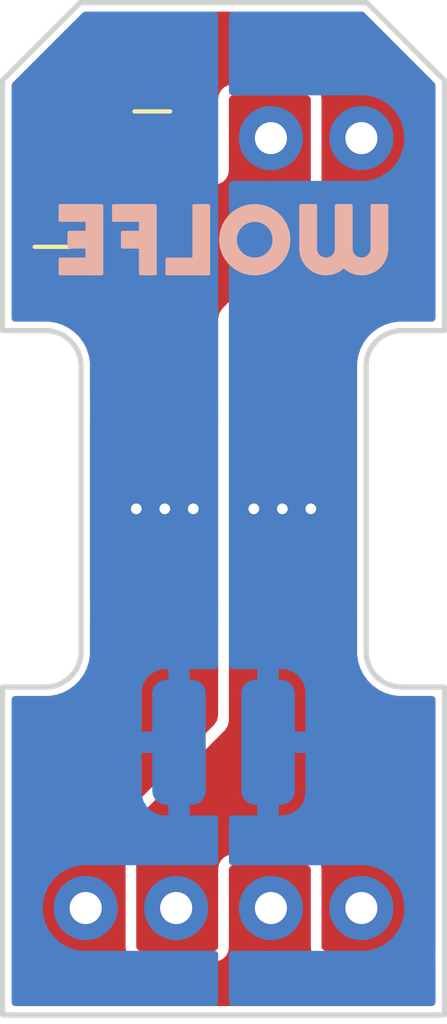
<source format=kicad_pcb>
(kicad_pcb (version 20221018) (generator pcbnew)
  (layers (0 "F.Cu" signal) (31 "B.Cu" signal) (34 "B.Paste" user) (35 "F.Paste" user) (36 "B.SilkS" user "B.Silkscreen") (37 "F.SilkS" user "F.Silkscreen") (38 "B.Mask" user) (39 "F.Mask" user) (44 "Edge.Cuts" user))
  (net 0 "")
  (net 1 "Net-(D1-K)")
  (net 2 "Net-(D1-A)")
  (net 3 "/PIN_B")
  (net 4 "Net-(D3-K)")
  (net 5 "/PIN_A")
  (net 6 "Net-(D2-K)")
  (net 7 "Net-(D3-A)")
  (footprint "Slonket_Footprints:D_LED_5mm" (layer "F.Cu") (at 140.8 122)
    (fp_text reference "D4" hide)
    (fp_text value "YELLOW" hide)
    (pad "1" thru_hole circle (at -1.27 0) (size 1.8 1.8) (drill 0.9) (layers "*.Cu" "*.Mask") (net 7 "Net-(D3-A)"))
    (pad "2" thru_hole circle (at 1.27 0) (size 1.8 1.8) (drill 0.9) (layers "*.Cu" "*.Mask") (net 4 "Net-(D3-K)"))
  )
  (footprint "Slonket_Footprints:D_LED_5mm" (layer "F.Cu") (at 140.8 100.4)
    (fp_text reference "D2" hide)
    (fp_text value "GREEN" hide)
    (pad "1" thru_hole circle (at -1.27 0) (size 1.8 1.8) (drill 0.9) (layers "*.Cu" "*.Mask") (net 6 "Net-(D2-K)"))
    (pad "2" thru_hole circle (at 1.27 0) (size 1.8 1.8) (drill 0.9) (layers "*.Cu" "*.Mask") (net 1 "Net-(D1-K)"))
  )
  (footprint "Slonket_Footprints:D_SOD-123F" (layer "F.Cu") (at 134.8 102.7)
    (fp_text reference "D5" hide)
    (fp_text value "1N4148" hide)
    (fp_line (start -1.9 0.75) (end -0.9 0.75) (stroke (width 0.12)) (layer "F.SilkS"))
    (pad "1" smd rect (at -1.4 0) (size 1.1 1.1) (layers "F.Cu" "F.Paste" "F.Mask") (net 2 "Net-(D1-A)"))
    (pad "2" smd rect (at 1.4 0) (size 1.1 1.1) (layers "F.Cu" "F.Paste" "F.Mask") (net 6 "Net-(D2-K)"))
  )
  (footprint "Slonket_Footprints:R_1206" (layer "F.Cu") (at 136.55 108 -90)
    (fp_text reference "R3" hide)
    (fp_text value "270" hide)
    (pad "1" smd rect (at -1.475 0 270) (size 1.15 1.8) (layers "F.Cu" "F.Paste" "F.Mask") (net 6 "Net-(D2-K)"))
    (pad "2" smd rect (at 1.475 0 270) (size 1.15 1.8) (layers "F.Cu" "F.Paste" "F.Mask") (net 3 "/PIN_B"))
  )
  (footprint "Slonket_Footprints:R_1206" (layer "F.Cu") (at 139.85 113.6 -90)
    (fp_text reference "R4" hide)
    (fp_text value "270" hide)
    (pad "1" smd rect (at -1.475 0 270) (size 1.15 1.8) (layers "F.Cu" "F.Paste" "F.Mask") (net 5 "/PIN_A"))
    (pad "2" smd rect (at 1.475 0 270) (size 1.15 1.8) (layers "F.Cu" "F.Paste" "F.Mask") (net 4 "Net-(D3-K)"))
  )
  (footprint "Slonket_Footprints:R_1206" (layer "F.Cu") (at 136.55 113.6 90)
    (fp_text reference "R2" hide)
    (fp_text value "270" hide)
    (pad "1" smd rect (at -1.475 0 90) (size 1.15 1.8) (layers "F.Cu" "F.Paste" "F.Mask") (net 7 "Net-(D3-A)"))
    (pad "2" smd rect (at 1.475 0 90) (size 1.15 1.8) (layers "F.Cu" "F.Paste" "F.Mask") (net 3 "/PIN_B"))
  )
  (footprint "Slonket_Footprints:D_LED_5mm" (layer "F.Cu") (at 135.6 122 180)
    (fp_text reference "D3" hide)
    (fp_text value "RED" hide)
    (pad "1" thru_hole circle (at -1.27 0 180) (size 1.8 1.8) (drill 0.9) (layers "*.Cu" "*.Mask") (net 4 "Net-(D3-K)"))
    (pad "2" thru_hole circle (at 1.27 0 180) (size 1.8 1.8) (drill 0.9) (layers "*.Cu" "*.Mask") (net 7 "Net-(D3-A)"))
  )
  (footprint "Slonket_Footprints:D_SOD-123F" (layer "F.Cu") (at 134.8 100.4 180)
    (fp_text reference "D1" hide)
    (fp_text value "1N4148" hide)
    (fp_line (start -1.9 0.75) (end -0.9 0.75) (stroke (width 0.12)) (layer "F.SilkS"))
    (pad "1" smd rect (at -1.4 0 180) (size 1.1 1.1) (layers "F.Cu" "F.Paste" "F.Mask") (net 1 "Net-(D1-K)"))
    (pad "2" smd rect (at 1.4 0 180) (size 1.1 1.1) (layers "F.Cu" "F.Paste" "F.Mask") (net 2 "Net-(D1-A)"))
  )
  (footprint "Slonket_Footprints:R_1206" (layer "F.Cu") (at 139.85 108 90)
    (fp_text reference "R1" hide)
    (fp_text value "270" hide)
    (pad "1" smd rect (at -1.475 0 90) (size 1.15 1.8) (layers "F.Cu" "F.Paste" "F.Mask") (net 5 "/PIN_A"))
    (pad "2" smd rect (at 1.475 0 90) (size 1.15 1.8) (layers "F.Cu" "F.Paste" "F.Mask") (net 1 "Net-(D1-K)"))
  )
  (footprint "Slonket_Footprints:Logo_WOLFE_2mm" (layer "B.Cu") (at 138.2 103.25 180)
    (fp_text reference "REF**" hide)
    (fp_text value "Logo_WOLFE_2mm" hide)
    (fp_line (start -4.575 -0.25) (end -4.575 0.95) (stroke (width 0.1)) (layer "B.SilkS"))
    (fp_line (start -4.575 0.95) (end -4.175 0.95) (stroke (width 0.1)) (layer "B.SilkS"))
    (fp_line (start -4.369975 0.8) (end -4.369975 -0.25) (stroke (width 0.4)) (layer "B.SilkS"))
    (fp_line (start -4.175 -0.25) (end -4.175 0.95) (stroke (width 0.1)) (layer "B.SilkS"))
    (fp_line (start -3.575 -0.25) (end -3.575 0.95) (stroke (width 0.1)) (layer "B.SilkS"))
    (fp_line (start -3.575 0.95) (end -3.175 0.95) (stroke (width 0.1)) (layer "B.SilkS"))
    (fp_line (start -3.369975 0.8) (end -3.369975 -0.25) (stroke (width 0.4)) (layer "B.SilkS"))
    (fp_line (start -3.175 -0.25) (end -3.175 0.95) (stroke (width 0.1)) (layer "B.SilkS"))
    (fp_line (start -2.575 -0.25) (end -2.575 0.95) (stroke (width 0.1)) (layer "B.SilkS"))
    (fp_line (start -2.575 0.95) (end -2.175 0.95) (stroke (width 0.1)) (layer "B.SilkS"))
    (fp_line (start -2.369975 0.8) (end -2.369975 -0.25) (stroke (width 0.4)) (layer "B.SilkS"))
    (fp_line (start -2.175 -0.25) (end -2.175 0.95) (stroke (width 0.1)) (layer "B.SilkS"))
    (fp_line (start 0.425 -0.95) (end 0.425 0.95) (stroke (width 0.1)) (layer "B.SilkS"))
    (fp_line (start 0.425 -0.95) (end 1.580025 -0.95) (stroke (width 0.1)) (layer "B.SilkS"))
    (fp_line (start 0.425 0.95) (end 0.825 0.95) (stroke (width 0.1)) (layer "B.SilkS"))
    (fp_line (start 0.630025 0.8) (end 0.630025 -0.8) (stroke (width 0.4)) (layer "B.SilkS"))
    (fp_line (start 0.825 -0.55) (end 0.825 0.95) (stroke (width 0.1)) (layer "B.SilkS"))
    (fp_line (start 0.825 -0.55) (end 1.580025 -0.55) (stroke (width 0.1)) (layer "B.SilkS"))
    (fp_line (start 1.430025 -0.75) (end 0.580025 -0.75) (stroke (width 0.4)) (layer "B.SilkS"))
    (fp_line (start 1.580025 -0.55) (end 1.580025 -0.95) (stroke (width 0.1)) (layer "B.SilkS"))
    (fp_line (start 1.925 -0.95) (end 1.925 0.95) (stroke (width 0.1)) (layer "B.SilkS"))
    (fp_line (start 1.925 -0.95) (end 2.325 -0.95) (stroke (width 0.1)) (layer "B.SilkS"))
    (fp_line (start 1.925 0.95) (end 3.080025 0.95) (stroke (width 0.1)) (layer "B.SilkS"))
    (fp_line (start 2.130025 -0.8) (end 2.130025 0.8) (stroke (width 0.4)) (layer "B.SilkS"))
    (fp_line (start 2.325 -0.2) (end 2.325 -0.95) (stroke (width 0.1)) (layer "B.SilkS"))
    (fp_line (start 2.325 -0.2) (end 2.830025 -0.2) (stroke (width 0.1)) (layer "B.SilkS"))
    (fp_line (start 2.325 0.2) (end 2.830025 0.2) (stroke (width 0.1)) (layer "B.SilkS"))
    (fp_line (start 2.325 0.55) (end 2.325 0.2) (stroke (width 0.1)) (layer "B.SilkS"))
    (fp_line (start 2.325 0.55) (end 3.080025 0.55) (stroke (width 0.1)) (layer "B.SilkS"))
    (fp_line (start 2.680025 0) (end 2.130025 0) (stroke (width 0.4)) (layer "B.SilkS"))
    (fp_line (start 2.830025 0.2) (end 2.830025 -0.2) (stroke (width 0.1)) (layer "B.SilkS"))
    (fp_line (start 2.930025 0.75) (end 2.080025 0.75) (stroke (width 0.4)) (layer "B.SilkS"))
    (fp_line (start 3.080025 0.95) (end 3.080025 0.55) (stroke (width 0.1)) (layer "B.SilkS"))
    (fp_line (start 3.425 -0.95) (end 3.425 0.95) (stroke (width 0.1)) (layer "B.SilkS"))
    (fp_line (start 3.425 -0.95) (end 4.580025 -0.95) (stroke (width 0.1)) (layer "B.SilkS"))
    (fp_line (start 3.425 0.95) (end 4.580025 0.95) (stroke (width 0.1)) (layer "B.SilkS"))
    (fp_line (start 3.630025 -0.8) (end 3.630025 0.8) (stroke (width 0.4)) (layer "B.SilkS"))
    (fp_line (start 3.825 -0.55) (end 4.580025 -0.55) (stroke (width 0.1)) (layer "B.SilkS"))
    (fp_line (start 3.825 -0.2) (end 3.825 -0.55) (stroke (width 0.1)) (layer "B.SilkS"))
    (fp_line (start 3.825 -0.2) (end 4.330025 -0.2) (stroke (width 0.1)) (layer "B.SilkS"))
    (fp_line (start 3.825 0.2) (end 4.330025 0.2) (stroke (width 0.1)) (layer "B.SilkS"))
    (fp_line (start 3.825 0.55) (end 3.825 0.2) (stroke (width 0.1)) (layer "B.SilkS"))
    (fp_line (start 3.825 0.55) (end 4.580025 0.55) (stroke (width 0.1)) (layer "B.SilkS"))
    (fp_line (start 4.180025 0) (end 3.630025 0) (stroke (width 0.4)) (layer "B.SilkS"))
    (fp_line (start 4.330025 0.2) (end 4.330025 -0.2) (stroke (width 0.1)) (layer "B.SilkS"))
    (fp_line (start 4.430025 -0.75) (end 3.580025 -0.75) (stroke (width 0.4)) (layer "B.SilkS"))
    (fp_line (start 4.430025 0.75) (end 3.580025 0.75) (stroke (width 0.4)) (layer "B.SilkS"))
    (fp_line (start 4.580025 -0.55) (end 4.580025 -0.95) (stroke (width 0.1)) (layer "B.SilkS"))
    (fp_line (start 4.580025 0.95) (end 4.580025 0.55) (stroke (width 0.1)) (layer "B.SilkS"))
    (fp_arc (start -4.575 -0.25) (mid -4.369975 -0.744975) (end -3.875 -0.95) (stroke (width 0.1)) (layer "B.SilkS"))
    (fp_arc (start -4.380025 -0.25) (mid -4.232107 -0.607107) (end -3.875 -0.755025) (stroke (width 0.4)) (layer "B.SilkS"))
    (fp_arc (start -4.175 -0.25) (mid -4.087132 -0.462132) (end -3.875 -0.55) (stroke (width 0.1)) (layer "B.SilkS"))
    (fp_arc (start -3.875 -0.95) (mid -3.607121 -0.896716) (end -3.380025 -0.744975) (stroke (width 0.1)) (layer "B.SilkS"))
    (fp_arc (start -3.875 -0.755025) (mid -3.517893 -0.607107) (end -3.369975 -0.25) (stroke (width 0.4)) (layer "B.SilkS"))
    (fp_arc (start -3.875 -0.55) (mid -3.662868 -0.462132) (end -3.575 -0.25) (stroke (width 0.1)) (layer "B.SilkS"))
    (fp_arc (start -3.380024 -0.250001) (mid -3.232106 -0.607108) (end -2.874999 -0.755026) (stroke (width 0.4)) (layer "B.SilkS"))
    (fp_arc (start -3.369975 -0.744975) (mid -3.142878 -0.896716) (end -2.875 -0.95) (stroke (width 0.1)) (layer "B.SilkS"))
    (fp_arc (start -3.175 -0.25) (mid -3.087132 -0.462132) (end -2.875 -0.55) (stroke (width 0.1)) (layer "B.SilkS"))
    (fp_arc (start -2.875 -0.95) (mid -2.380025 -0.744975) (end -2.175 -0.25) (stroke (width 0.1)) (layer "B.SilkS"))
    (fp_arc (start -2.875 -0.755025) (mid -2.517893 -0.607107) (end -2.369975 -0.25) (stroke (width 0.4)) (layer "B.SilkS"))
    (fp_arc (start -2.875 -0.55) (mid -2.662868 -0.462132) (end -2.575 -0.25) (stroke (width 0.1)) (layer "B.SilkS"))
    (fp_circle (center -0.875 0) (end -0.325 0) (stroke (width 0.1)) (fill none) (layer "B.SilkS"))
    (fp_circle (center -0.875 0) (end -0.130025 0) (stroke (width 0.4)) (fill none) (layer "B.SilkS"))
    (fp_circle (center -0.875 0) (end 0.075 0) (stroke (width 0.1)) (fill none) (layer "B.SilkS"))
  )
  (footprint "Slonket_Footprints:J_Pad_2_T15" (layer "B.Cu") (at 138.2 117.35 180)
    (fp_text reference "J1" hide)
    (fp_text value "PADS" hide)
    (pad "1" smd roundrect locked (at -1.25 0) (size 1.5 3.5) (layers "B.Cu" "B.Mask") (net 5 "/PIN_A") (thermal_bridge_width 0.6) (thermal_gap 0.3))
    (pad "2" smd roundrect locked (at 1.25 0) (size 1.5 3.5) (layers "B.Cu" "B.Mask") (net 3 "/PIN_B") (thermal_bridge_width 0.6) (thermal_gap 0.3))
  )
  (gr_arc locked (start 143.2 115.8) (mid 142.492893 115.507107) (end 142.2 114.8) (stroke (width 0.15)) (layer "Edge.Cuts"))
  (gr_line locked (start 144.4 98.774874) (end 144.4 105.8) (stroke (width 0.15)) (layer "Edge.Cuts"))
  (gr_line locked (start 132 105.8) (end 133.2 105.8) (stroke (width 0.15)) (layer "Edge.Cuts"))
  (gr_line locked (start 132 98.774874) (end 134.174874 96.6) (stroke (width 0.15)) (layer "Edge.Cuts"))
  (gr_line locked (start 142.225126 96.6) (end 134.174874 96.6) (stroke (width 0.15)) (layer "Edge.Cuts"))
  (gr_arc locked (start 134.2 114.8) (mid 133.907107 115.507107) (end 133.2 115.8) (stroke (width 0.15)) (layer "Edge.Cuts"))
  (gr_line locked (start 144.4 115.8) (end 143.2 115.8) (stroke (width 0.15)) (layer "Edge.Cuts"))
  (gr_line locked (start 132 98.774874) (end 132 105.8) (stroke (width 0.15)) (layer "Edge.Cuts"))
  (gr_arc locked (start 142.2 106.8) (mid 142.492893 106.092893) (end 143.2 105.8) (stroke (width 0.15)) (layer "Edge.Cuts"))
  (gr_line locked (start 134.2 106.8) (end 134.2 114.8) (stroke (width 0.15)) (layer "Edge.Cuts"))
  (gr_line locked (start 132 115.8) (end 133.2 115.8) (stroke (width 0.15)) (layer "Edge.Cuts"))
  (gr_line locked (start 144.4 115.8) (end 144.4 125) (stroke (width 0.15)) (layer "Edge.Cuts"))
  (gr_line locked (start 144.4 125) (end 132 125) (stroke (width 0.15)) (layer "Edge.Cuts"))
  (gr_line locked (start 132 115.8) (end 132 125) (stroke (width 0.15)) (layer "Edge.Cuts"))
  (gr_line locked (start 144.4 105.8) (end 143.2 105.8) (stroke (width 0.15)) (layer "Edge.Cuts"))
  (gr_line locked (start 142.2 106.8) (end 142.2 114.8) (stroke (width 0.15)) (layer "Edge.Cuts"))
  (gr_line locked (start 142.225126 96.6) (end 144.4 98.774874) (stroke (width 0.15)) (layer "Edge.Cuts"))
  (gr_arc locked (start 133.2 105.8) (mid 133.907107 106.092893) (end 134.2 106.8) (stroke (width 0.15)) (layer "Edge.Cuts"))
  (via (at 136.55 110.8) (size 0.6) (drill 0.3) (layers "F.Cu" "B.Cu") (net 3))
  (via (at 137.35 110.8) (size 0.6) (drill 0.3) (layers "F.Cu" "B.Cu") (net 3))
  (via (at 135.75 110.8) (size 0.6) (drill 0.3) (layers "F.Cu" "B.Cu") (net 3))
  (via (at 140.65 110.8) (size 0.6) (drill 0.3) (layers "F.Cu" "B.Cu") (net 5))
  (via (at 139.05 110.8) (size 0.6) (drill 0.3) (layers "F.Cu" "B.Cu") (net 5))
  (via (at 139.85 110.8) (size 0.6) (drill 0.3) (layers "F.Cu" "B.Cu") (net 5))
  (zone (net 2) (net_name "Net-(D1-A)") (layer "F.Cu") (priority 2) (connect_pads yes (clearance 0.29)) (min_thickness 0.2) (fill yes (thermal_gap 0.5) (thermal_bridge_width 0.5) (smoothing fillet) (radius 0.1))
    (polygon (pts (xy 132 105.8) (xy 133.3 105.8) (xy 134.15 106.55) (xy 134.15 96.65) (xy 132 98.8)))
  )
  (zone (net 5) (net_name "/PIN_A") (layer "F.Cu") (priority 2) (connect_pads yes (clearance 0.29)) (min_thickness 0.2) (fill yes (thermal_gap 0.5) (thermal_bridge_width 0.5) (smoothing fillet) (radius 0.1))
    (polygon (pts (xy 138.35 108.15) (xy 142.2 108.15) (xy 142.2 113.45) (xy 138.35 113.45)))
  )
  (zone (net 1) (net_name "Net-(D1-K)") (layer "F.Cu") (priority 2) (connect_pads yes (clearance 0.29)) (min_thickness 0.2) (fill yes (thermal_gap 0.5) (thermal_bridge_width 0.5) (smoothing fillet) (radius 0.4))
    (polygon (pts (xy 138.35 107.85) (xy 138.55 107.85) (xy 142 107.85) (xy 142.2 107.85) (xy 142.2 106.8) (xy 143.2 105.8) (xy 144.4 105.8) (xy 144.4 98.8) (xy 142.2 96.6) (xy 134.45 96.6) (xy 134.45 101.4) (xy 134.65 101.4) (xy 138.05 101.4) (xy 138.05 101.2) (xy 138.05 98.9) (xy 140.95 98.9) (xy 140.95 102.85) (xy 138.35 105.45)))
  )
  (zone (net 7) (net_name "Net-(D3-A)") (layer "F.Cu") (priority 2) (connect_pads yes (clearance 0.29)) (min_thickness 0.2) (fill yes (thermal_gap 0.5) (thermal_bridge_width 0.5) (smoothing fillet) (radius 0.4))
    (polygon (pts (xy 134.2 113.75) (xy 137.85 113.75) (xy 138.05 113.75) (xy 138.05 116.75) (xy 135.45 119.35) (xy 135.45 123.5) (xy 138.35 123.5) (xy 138.35 120.8) (xy 138.55 120.8) (xy 140.45 120.8) (xy 140.65 120.8) (xy 140.65 123.5) (xy 144.4 123.5) (xy 144.4 125) (xy 132 125) (xy 132 115.8) (xy 133.2 115.8) (xy 134.2 114.8)))
  )
  (zone (net 4) (net_name "Net-(D3-K)") (layer "F.Cu") (priority 2) (connect_pads yes (clearance 0.29)) (min_thickness 0.2) (fill yes (thermal_gap 0.5) (thermal_bridge_width 0.5) (smoothing fillet) (radius 0.4))
    (polygon (pts (xy 138.35 113.75) (xy 138.55 113.75) (xy 142.2 113.75) (xy 142.2 114.8) (xy 143.2 115.8) (xy 144.4 115.8) (xy 144.4 123.2) (xy 141.15 123.2) (xy 140.95 123.2) (xy 140.95 120.5) (xy 138.05 120.5) (xy 138.05 123.2) (xy 137.85 123.2) (xy 135.95 123.2) (xy 135.75 123.2) (xy 135.75 119.5) (xy 138.35 116.9)))
  )
  (zone (net 3) (net_name "/PIN_B") (layer "F.Cu") (priority 2) (connect_pads yes (clearance 0.29)) (min_thickness 0.2) (fill yes (thermal_gap 0.5) (thermal_bridge_width 0.5) (smoothing fillet) (radius 0.1))
    (polygon (pts (xy 134.2 108.15) (xy 138.05 108.15) (xy 138.05 113.45) (xy 134.2 113.45)))
  )
  (zone (net 6) (net_name "Net-(D2-K)") (layer "F.Cu") (priority 2) (connect_pads yes (clearance 0.29)) (min_thickness 0.2) (fill yes (thermal_gap 0.5) (thermal_bridge_width 0.5) (smoothing fillet) (radius 0.4))
    (polygon (pts (xy 134.45 107.85) (xy 134.65 107.85) (xy 137.85 107.85) (xy 138.05 107.85) (xy 138.05 105.3) (xy 140.65 102.7) (xy 140.65 99.2) (xy 140.45 99.2) (xy 138.55 99.2) (xy 138.35 99.2) (xy 138.35 101.7) (xy 134.65 101.7) (xy 134.45 101.7)))
  )
  (zone (net 3) (net_name "/PIN_B") (layer "B.Cu") (priority 2) (connect_pads yes (clearance 0.3)) (min_thickness 0.2) (fill yes (thermal_gap 0.5) (thermal_bridge_width 0.5) (smoothing fillet) (radius 0.4))
    (polygon (pts (xy 138.05 125) (xy 132 125) (xy 132 115.8) (xy 133.2 115.8) (xy 134.2 114.8) (xy 134.2 106.8) (xy 133.2 105.8) (xy 132 105.8) (xy 132 98.8) (xy 134.2 96.6) (xy 138.05 96.6)))
  )
  (zone (net 0) (net_name "") (layer "B.Cu") (connect_pads yes (clearance 0)) (min_thickness 0.2)
    (keepout (tracks allowed) (vias allowed) (pads allowed) (copperpour not_allowed) (footprints allowed))
    (fill (thermal_gap 0.5) (thermal_bridge_width 0.5))
    (polygon (pts (xy 138.35 101.3) (xy 142.05 101.3) (xy 142.05 101.6) (xy 138.35 101.6)))
  )
  (zone (net 0) (net_name "") (layer "B.Cu") (connect_pads yes (clearance 0)) (min_thickness 0.2)
    (keepout (tracks allowed) (vias allowed) (pads allowed) (copperpour not_allowed) (footprints allowed))
    (fill (thermal_gap 0.5) (thermal_bridge_width 0.5))
    (polygon (pts (xy 134.35 122.9) (xy 142.05 122.9) (xy 142.05 123.2) (xy 134.35 123.2)))
  )
  (zone (net 0) (net_name "") (layer "B.Cu") (connect_pads yes (clearance 0)) (min_thickness 0.2)
    (keepout (tracks allowed) (vias allowed) (pads allowed) (copperpour not_allowed) (footprints allowed))
    (fill (thermal_gap 0.5) (thermal_bridge_width 0.5))
    (polygon (pts (xy 137.3 115.3) (xy 139.1 115.3) (xy 139.1 115.6) (xy 137.3 115.6)))
  )
  (zone (net 0) (net_name "") (layer "B.Cu") (connect_pads yes (clearance 0)) (min_thickness 0.2)
    (keepout (tracks allowed) (vias allowed) (pads allowed) (copperpour not_allowed) (footprints allowed))
    (fill (thermal_gap 0.5) (thermal_bridge_width 0.5))
    (polygon (pts (xy 134.35 120.8) (xy 142.05 120.8) (xy 142.05 121.1) (xy 134.35 121.1)))
  )
  (zone (net 0) (net_name "") (layer "B.Cu") (connect_pads yes (clearance 0)) (min_thickness 0.2)
    (keepout (tracks allowed) (vias allowed) (pads allowed) (copperpour not_allowed) (footprints allowed))
    (fill (thermal_gap 0.5) (thermal_bridge_width 0.5))
    (polygon (pts (xy 137.3 119.1) (xy 139.1 119.1) (xy 139.1 119.4) (xy 137.3 119.4)))
  )
  (zone (net 0) (net_name "") (layer "B.Cu") (connect_pads yes (clearance 0)) (min_thickness 0.2)
    (keepout (tracks allowed) (vias allowed) (pads allowed) (copperpour not_allowed) (footprints allowed))
    (fill (thermal_gap 0.5) (thermal_bridge_width 0.5))
    (polygon (pts (xy 138.35 99.2) (xy 142.05 99.2) (xy 142.05 99.5) (xy 138.35 99.5)))
  )
  (zone (net 5) (net_name "/PIN_A") (layer "B.Cu") (priority 2) (connect_pads yes (clearance 0.3)) (min_thickness 0.2) (fill yes (thermal_gap 0.5) (thermal_bridge_width 0.5) (smoothing fillet) (radius 0.4))
    (polygon (pts (xy 138.35 125) (xy 144.4 125) (xy 144.4 115.8) (xy 143.2 115.8) (xy 142.2 114.8) (xy 142.2 106.8) (xy 143.2 105.8) (xy 144.4 105.8) (xy 144.4 98.8) (xy 142.2 96.6) (xy 138.35 96.6)))
  )
)
</source>
